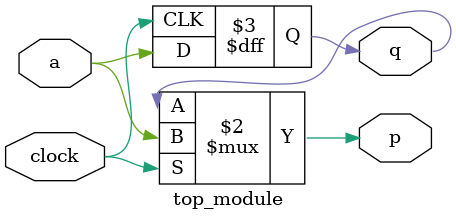
<source format=v>
module top_module (
    input clock,
    input a,
    output p,
    output q );

always @(negedge clock ) begin
    q <= a;
end

assign p = (clock)? a : q;

endmodule

</source>
